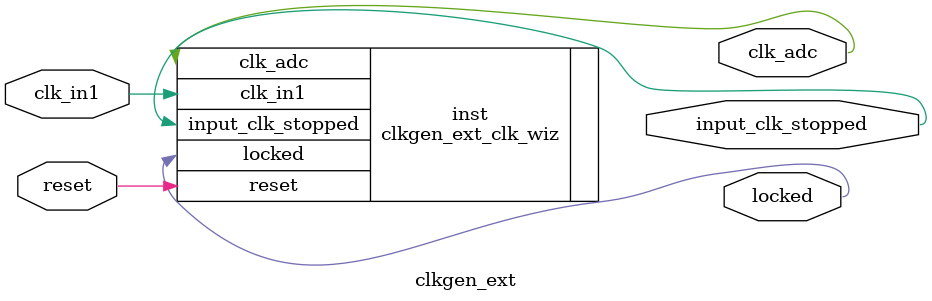
<source format=v>


`timescale 1ps/1ps

(* CORE_GENERATION_INFO = "clkgen_ext,clk_wiz_v6_0_5_0_0,{component_name=clkgen_ext,use_phase_alignment=false,use_min_o_jitter=false,use_max_i_jitter=false,use_dyn_phase_shift=false,use_inclk_switchover=false,use_dyn_reconfig=false,enable_axi=0,feedback_source=FDBK_ONCHIP,PRIMITIVE=MMCM,num_out_clk=1,clkin1_period=40.000,clkin2_period=10.0,use_power_down=false,use_reset=true,use_locked=true,use_inclk_stopped=true,feedback_type=SINGLE,CLOCK_MGR_TYPE=NA,manual_override=false}" *)

module clkgen_ext 
 (
  // Clock out ports
  output        clk_adc,
  // Status and control signals
  input         reset,
  output        input_clk_stopped,
  output        locked,
 // Clock in ports
  input         clk_in1
 );

  clkgen_ext_clk_wiz inst
  (
  // Clock out ports  
  .clk_adc(clk_adc),
  // Status and control signals               
  .reset(reset), 
  .input_clk_stopped(input_clk_stopped),
  .locked(locked),
 // Clock in ports
  .clk_in1(clk_in1)
  );

endmodule

</source>
